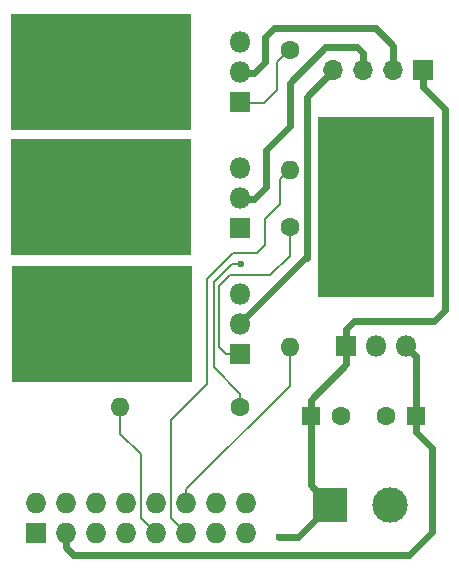
<source format=gbr>
G04 #@! TF.FileFunction,Copper,L1,Top,Signal*
%FSLAX46Y46*%
G04 Gerber Fmt 4.6, Leading zero omitted, Abs format (unit mm)*
G04 Created by KiCad (PCBNEW 4.0.4-stable) date 04/11/18 19:14:46*
%MOMM*%
%LPD*%
G01*
G04 APERTURE LIST*
%ADD10C,0.100000*%
%ADD11C,0.600000*%
%ADD12R,15.300000X9.800000*%
%ADD13R,1.800000X1.800000*%
%ADD14O,1.800000X1.800000*%
%ADD15R,9.800000X15.300000*%
%ADD16R,1.700000X1.700000*%
%ADD17O,1.700000X1.700000*%
%ADD18O,1.727200X1.727200*%
%ADD19R,1.727200X1.727200*%
%ADD20R,1.600000X1.600000*%
%ADD21C,1.600000*%
%ADD22O,1.600000X1.600000*%
%ADD23C,2.999740*%
%ADD24R,2.999740X2.999740*%
%ADD25C,0.600000*%
%ADD26C,0.200000*%
G04 APERTURE END LIST*
D10*
D11*
X135861998Y-76546874D03*
X133861998Y-76546874D03*
X135861998Y-78546874D03*
X133861998Y-78546874D03*
X133861998Y-84546874D03*
X133861998Y-82546874D03*
X135861998Y-84546874D03*
X133861998Y-80546874D03*
X135861998Y-82546874D03*
X137861998Y-84546874D03*
X139861998Y-84546874D03*
X139861998Y-82546874D03*
X137861998Y-82546874D03*
X137861998Y-76546874D03*
X137861998Y-78546874D03*
X139861998Y-78546874D03*
X139861998Y-80546874D03*
X137861998Y-80546874D03*
X139861998Y-76546874D03*
X135861998Y-80546874D03*
X125861998Y-78546874D03*
X127861998Y-76546874D03*
X125861998Y-76546874D03*
X127861998Y-77953096D03*
X127861998Y-84546874D03*
X125861998Y-84546874D03*
X127861998Y-83043096D03*
X125861998Y-82546874D03*
X131861998Y-84546874D03*
X131861998Y-82546874D03*
X129861998Y-84546874D03*
X129861998Y-82546874D03*
X131861998Y-80546874D03*
X130352972Y-80533096D03*
X131861998Y-78546874D03*
X129861998Y-78546874D03*
X129861998Y-76546874D03*
D12*
X132792972Y-80503096D03*
D11*
X125482972Y-80533096D03*
X131861998Y-76546874D03*
X127881998Y-88653096D03*
X125881998Y-87246874D03*
X127881998Y-87246874D03*
X125881998Y-89246874D03*
X133881998Y-89246874D03*
X135881998Y-91246874D03*
X135881998Y-89246874D03*
X133881998Y-87246874D03*
X133881998Y-91246874D03*
X135881998Y-87246874D03*
X133881998Y-93246874D03*
X131881998Y-91246874D03*
X133881998Y-95246874D03*
D12*
X132812972Y-91203096D03*
D11*
X127881998Y-93743096D03*
X125881998Y-93246874D03*
X125881998Y-95246874D03*
X127881998Y-95246874D03*
X125502972Y-91233096D03*
X137881998Y-93246874D03*
X139881998Y-93246874D03*
X137881998Y-95246874D03*
X135881998Y-93246874D03*
X139881998Y-95246874D03*
X135881998Y-95246874D03*
X129881998Y-93246874D03*
X129881998Y-95246874D03*
X131881998Y-95246874D03*
X131881998Y-93246874D03*
X131881998Y-87246874D03*
X129881998Y-87246874D03*
X129881998Y-89246874D03*
X131881998Y-89246874D03*
X130372972Y-91233096D03*
X137881998Y-87246874D03*
X137881998Y-89246874D03*
X139881998Y-89246874D03*
X139881998Y-87246874D03*
X139881998Y-91246874D03*
X137881998Y-91246874D03*
X139871998Y-71896874D03*
X137871998Y-73896874D03*
X137871998Y-71896874D03*
X139871998Y-69896874D03*
X137871998Y-69896874D03*
X133871998Y-71896874D03*
X133871998Y-67896874D03*
X135871998Y-73896874D03*
X133871998Y-73896874D03*
X131871998Y-67896874D03*
X133871998Y-69896874D03*
X135871998Y-69896874D03*
X135871998Y-67896874D03*
X131871998Y-69896874D03*
X127871998Y-73896874D03*
X127871998Y-65896874D03*
X127871998Y-67303096D03*
X125871998Y-73896874D03*
X125871998Y-71896874D03*
X125871998Y-65896874D03*
X127871998Y-72393096D03*
X137871998Y-65896874D03*
X139871998Y-65896874D03*
X137871998Y-67896874D03*
X139871998Y-67896874D03*
X125492972Y-69883096D03*
X130362972Y-69883096D03*
X129871998Y-67896874D03*
X125871998Y-67896874D03*
X139871998Y-73896874D03*
X129871998Y-73896874D03*
X131871998Y-71896874D03*
X131871998Y-73896874D03*
X129871998Y-71896874D03*
X135871998Y-71896874D03*
D12*
X132802972Y-69853096D03*
D11*
X135871998Y-65896874D03*
X129871998Y-65896874D03*
X131871998Y-65896874D03*
X133871998Y-65896874D03*
X160026222Y-74409026D03*
X160026222Y-76409026D03*
X160026222Y-78409026D03*
X160026222Y-80409026D03*
X160026222Y-82409026D03*
X160026222Y-84409026D03*
X160026222Y-86409026D03*
X160026222Y-88409026D03*
X158026222Y-74409026D03*
X158620000Y-76409026D03*
X158026222Y-78409026D03*
X158026222Y-80409026D03*
X158026222Y-82409026D03*
X158026222Y-84409026D03*
X158026222Y-86409026D03*
X158026222Y-88409026D03*
X156040000Y-74030000D03*
X156040000Y-78900000D03*
X156026222Y-80409026D03*
X156026222Y-82409026D03*
X156026222Y-84409026D03*
X156026222Y-86409026D03*
X156026222Y-88409026D03*
X154026222Y-74409026D03*
X153530000Y-76409026D03*
X154026222Y-78409026D03*
X154026222Y-80409026D03*
X154026222Y-82409026D03*
X154026222Y-84409026D03*
X154026222Y-86409026D03*
X154026222Y-88409026D03*
X152026222Y-74409026D03*
X152026222Y-76409026D03*
X152026222Y-78409026D03*
X152026222Y-80409026D03*
X152026222Y-82409026D03*
X152026222Y-84409026D03*
X152026222Y-86409026D03*
X152026222Y-88409026D03*
D13*
X144526000Y-93726000D03*
D14*
X144526000Y-91186000D03*
X144526000Y-88646000D03*
D15*
X156070000Y-81340000D03*
D16*
X160040000Y-69720000D03*
D17*
X157500000Y-69720000D03*
X154960000Y-69720000D03*
X152420000Y-69720000D03*
D18*
X145034000Y-106375200D03*
X145034000Y-108915200D03*
X142494000Y-106375200D03*
X142494000Y-108915200D03*
X139954000Y-106375200D03*
X139954000Y-108915200D03*
X137414000Y-106375200D03*
X137414000Y-108915200D03*
D19*
X127254000Y-108915200D03*
D18*
X127254000Y-106375200D03*
X129794000Y-108915200D03*
X129794000Y-106375200D03*
X132334000Y-108915200D03*
X132334000Y-106375200D03*
X134874000Y-108915200D03*
X134874000Y-106375200D03*
D20*
X159410000Y-99030000D03*
D21*
X156910000Y-99030000D03*
D20*
X150550000Y-99030000D03*
D21*
X153050000Y-99030000D03*
D13*
X144526000Y-72390000D03*
D14*
X144526000Y-69850000D03*
X144526000Y-67310000D03*
D13*
X144526000Y-83058000D03*
D14*
X144526000Y-80518000D03*
X144526000Y-77978000D03*
D21*
X148760000Y-67980000D03*
D22*
X148760000Y-78140000D03*
D21*
X144550000Y-98240000D03*
D22*
X134390000Y-98240000D03*
D21*
X148730000Y-83020000D03*
D22*
X148730000Y-93180000D03*
D13*
X153500000Y-93070000D03*
D14*
X156040000Y-93070000D03*
X158580000Y-93070000D03*
D23*
X157250000Y-106500000D03*
D24*
X152170000Y-106500000D03*
D11*
X147870000Y-109210000D03*
X144660000Y-86130000D03*
D25*
X129794000Y-108915200D02*
X129794000Y-110136514D01*
X129794000Y-110136514D02*
X130417486Y-110760000D01*
X130417486Y-110760000D02*
X158860000Y-110760000D01*
X158860000Y-110760000D02*
X160780000Y-108840000D01*
X160780000Y-108840000D02*
X160780000Y-101710000D01*
X160780000Y-101710000D02*
X159410000Y-100340000D01*
X159410000Y-100340000D02*
X159410000Y-99030000D01*
X159410000Y-99030000D02*
X159410000Y-93950000D01*
X159410000Y-93950000D02*
X158600000Y-93140000D01*
X147870000Y-109210000D02*
X149460000Y-109210000D01*
X149460000Y-109210000D02*
X152170000Y-106500000D01*
X152170000Y-106500000D02*
X150550000Y-104880000D01*
X150550000Y-104880000D02*
X150550000Y-104620000D01*
X150550000Y-99030000D02*
X150550000Y-104620000D01*
X153520000Y-93140000D02*
X153520000Y-94640000D01*
X153520000Y-94640000D02*
X150550000Y-97610000D01*
X150550000Y-97610000D02*
X150550000Y-99030000D01*
X154160000Y-90980000D02*
X153520000Y-91620000D01*
X153520000Y-91620000D02*
X153520000Y-93140000D01*
X160980000Y-90980000D02*
X154160000Y-90980000D01*
X161890000Y-90070000D02*
X160980000Y-90980000D01*
X161890000Y-73020000D02*
X161890000Y-90070000D01*
X160040000Y-69720000D02*
X160040000Y-71170000D01*
X160040000Y-71170000D02*
X161890000Y-73020000D01*
D26*
X139954000Y-106375200D02*
X139954000Y-105226000D01*
X139954000Y-105226000D02*
X148730000Y-96450000D01*
X148730000Y-96450000D02*
X148730000Y-93180000D01*
X136140000Y-102240000D02*
X136140000Y-107641200D01*
X136140000Y-107641200D02*
X137414000Y-108915200D01*
X136140000Y-102240000D02*
X134390000Y-100490000D01*
X134390000Y-100490000D02*
X134390000Y-98240000D01*
X139954000Y-108915200D02*
X138700000Y-107661200D01*
X138700000Y-107661200D02*
X138700000Y-99330000D01*
X138700000Y-99330000D02*
X141760000Y-96270000D01*
X147960001Y-78939999D02*
X148760000Y-78140000D01*
X141760000Y-96270000D02*
X141760000Y-87430000D01*
X141760000Y-87430000D02*
X143970000Y-85220000D01*
X143970000Y-85220000D02*
X145950000Y-85220000D01*
X145950000Y-85220000D02*
X146670000Y-84500000D01*
X146670000Y-84500000D02*
X146670000Y-82330000D01*
X146670000Y-82330000D02*
X147960001Y-81039999D01*
X147960001Y-81039999D02*
X147960001Y-78939999D01*
D25*
X156040000Y-66180000D02*
X157500000Y-67640000D01*
X157500000Y-67640000D02*
X157500000Y-69720000D01*
X147390000Y-66180000D02*
X156040000Y-66180000D01*
X146680000Y-66890000D02*
X147390000Y-66180000D01*
X146680000Y-69052792D02*
X146680000Y-66890000D01*
X144470000Y-69990000D02*
X145742792Y-69990000D01*
X145742792Y-69990000D02*
X146680000Y-69052792D01*
X154440000Y-67780000D02*
X154960000Y-68300000D01*
X154960000Y-68300000D02*
X154960000Y-69720000D01*
X151760000Y-67780000D02*
X154440000Y-67780000D01*
X148770000Y-70770000D02*
X151760000Y-67780000D01*
X148770000Y-74410000D02*
X148770000Y-70770000D01*
X146710000Y-76470000D02*
X148770000Y-74410000D01*
X146710000Y-79652792D02*
X146710000Y-76470000D01*
X144450000Y-80640000D02*
X145722792Y-80640000D01*
X145722792Y-80640000D02*
X146710000Y-79652792D01*
X150170001Y-85640001D02*
X150059999Y-85640001D01*
X150059999Y-85640001D02*
X144450000Y-91250000D01*
X152420000Y-69720000D02*
X150170001Y-71969999D01*
X150170001Y-71969999D02*
X150170001Y-85640001D01*
D26*
X147690000Y-71390000D02*
X146550000Y-72530000D01*
X146550000Y-72530000D02*
X144470000Y-72530000D01*
X147690000Y-69050000D02*
X147690000Y-71390000D01*
X148760000Y-67980000D02*
X147690000Y-69050000D01*
X142319990Y-94878620D02*
X142319990Y-87690010D01*
X144550000Y-98240000D02*
X144550000Y-97108630D01*
X144550000Y-97108630D02*
X142319990Y-94878620D01*
X142319990Y-87690010D02*
X143880000Y-86130000D01*
X143880000Y-86130000D02*
X144660000Y-86130000D01*
X144450000Y-93790000D02*
X143350000Y-93790000D01*
X143350000Y-93790000D02*
X142720000Y-93160000D01*
X142720000Y-93160000D02*
X142720000Y-88020000D01*
X142720000Y-88020000D02*
X143690000Y-87050000D01*
X147100000Y-87050000D02*
X148730000Y-85420000D01*
X143690000Y-87050000D02*
X147100000Y-87050000D01*
X148730000Y-85420000D02*
X148730000Y-83020000D01*
M02*

</source>
